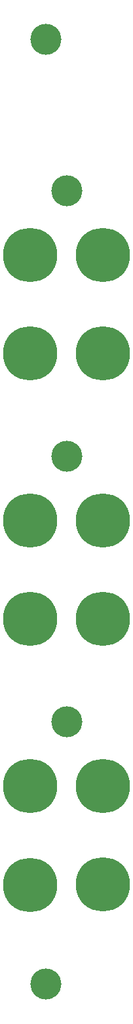
<source format=gbr>
%TF.GenerationSoftware,KiCad,Pcbnew,8.0.5-8.0.5-0~ubuntu22.04.1*%
%TF.CreationDate,2024-09-23T11:55:14+02:00*%
%TF.ProjectId,links_v40_panel,6c696e6b-735f-4763-9430-5f70616e656c,rev?*%
%TF.SameCoordinates,Original*%
%TF.FileFunction,Copper,L1,Top*%
%TF.FilePolarity,Positive*%
%FSLAX46Y46*%
G04 Gerber Fmt 4.6, Leading zero omitted, Abs format (unit mm)*
G04 Created by KiCad (PCBNEW 8.0.5-8.0.5-0~ubuntu22.04.1) date 2024-09-23 11:55:14*
%MOMM*%
%LPD*%
G01*
G04 APERTURE LIST*
%TA.AperFunction,ViaPad*%
%ADD10C,4.000000*%
%TD*%
%TA.AperFunction,ViaPad*%
%ADD11C,7.000000*%
%TD*%
G04 APERTURE END LIST*
D10*
%TO.N,GND*%
X69762502Y-65828802D03*
X69762502Y-100118802D03*
X69762502Y-134408802D03*
D11*
X65094345Y-74083802D03*
X74444345Y-74083802D03*
X65069345Y-86783802D03*
X74444345Y-86783802D03*
X65087502Y-108383802D03*
X74444345Y-108383802D03*
X74444343Y-121062500D03*
X65069343Y-121062500D03*
X65087500Y-142662500D03*
X74462502Y-142683802D03*
X74437502Y-155358802D03*
X65087500Y-155437500D03*
D10*
X67090000Y-168250000D03*
X67090000Y-46250000D03*
%TD*%
M02*

</source>
